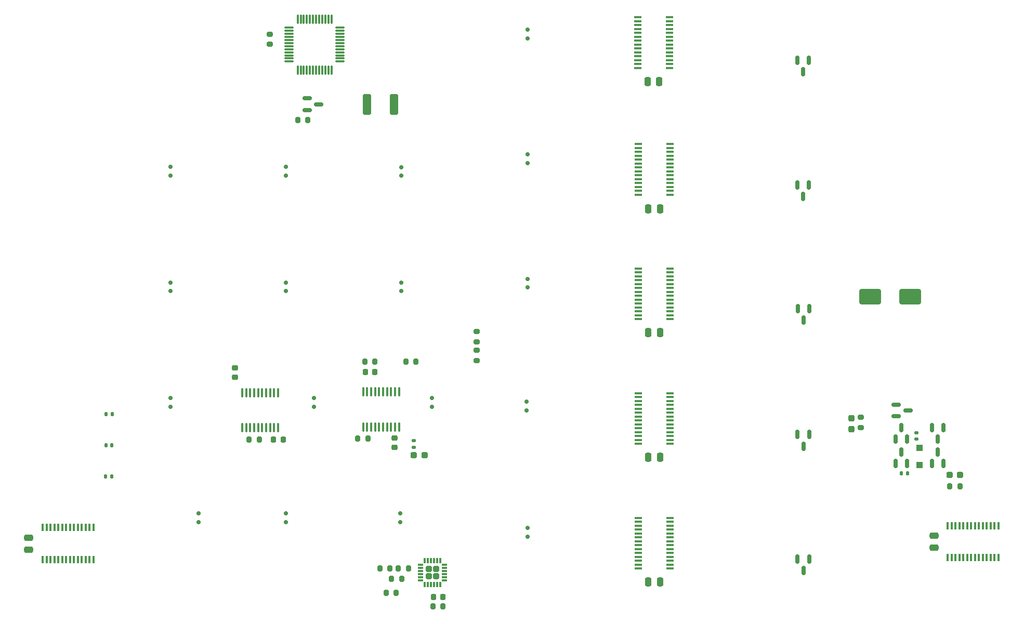
<source format=gbr>
%TF.GenerationSoftware,KiCad,Pcbnew,7.0.1*%
%TF.CreationDate,2023-08-25T12:13:54-06:00*%
%TF.ProjectId,UFC_Main,5546435f-4d61-4696-9e2e-6b696361645f,rev?*%
%TF.SameCoordinates,Original*%
%TF.FileFunction,Paste,Bot*%
%TF.FilePolarity,Positive*%
%FSLAX46Y46*%
G04 Gerber Fmt 4.6, Leading zero omitted, Abs format (unit mm)*
G04 Created by KiCad (PCBNEW 7.0.1) date 2023-08-25 12:13:54*
%MOMM*%
%LPD*%
G01*
G04 APERTURE LIST*
G04 Aperture macros list*
%AMRoundRect*
0 Rectangle with rounded corners*
0 $1 Rounding radius*
0 $2 $3 $4 $5 $6 $7 $8 $9 X,Y pos of 4 corners*
0 Add a 4 corners polygon primitive as box body*
4,1,4,$2,$3,$4,$5,$6,$7,$8,$9,$2,$3,0*
0 Add four circle primitives for the rounded corners*
1,1,$1+$1,$2,$3*
1,1,$1+$1,$4,$5*
1,1,$1+$1,$6,$7*
1,1,$1+$1,$8,$9*
0 Add four rect primitives between the rounded corners*
20,1,$1+$1,$2,$3,$4,$5,0*
20,1,$1+$1,$4,$5,$6,$7,0*
20,1,$1+$1,$6,$7,$8,$9,0*
20,1,$1+$1,$8,$9,$2,$3,0*%
G04 Aperture macros list end*
%ADD10RoundRect,0.250000X0.250000X0.475000X-0.250000X0.475000X-0.250000X-0.475000X0.250000X-0.475000X0*%
%ADD11RoundRect,0.225000X0.225000X0.250000X-0.225000X0.250000X-0.225000X-0.250000X0.225000X-0.250000X0*%
%ADD12RoundRect,0.140000X-0.140000X-0.170000X0.140000X-0.170000X0.140000X0.170000X-0.140000X0.170000X0*%
%ADD13RoundRect,0.225000X0.250000X-0.225000X0.250000X0.225000X-0.250000X0.225000X-0.250000X-0.225000X0*%
%ADD14RoundRect,0.225000X-0.225000X-0.250000X0.225000X-0.250000X0.225000X0.250000X-0.225000X0.250000X0*%
%ADD15RoundRect,0.200000X0.200000X0.275000X-0.200000X0.275000X-0.200000X-0.275000X0.200000X-0.275000X0*%
%ADD16RoundRect,0.200000X-0.200000X-0.275000X0.200000X-0.275000X0.200000X0.275000X-0.200000X0.275000X0*%
%ADD17RoundRect,0.200000X0.275000X-0.200000X0.275000X0.200000X-0.275000X0.200000X-0.275000X-0.200000X0*%
%ADD18RoundRect,0.075000X-0.662500X-0.075000X0.662500X-0.075000X0.662500X0.075000X-0.662500X0.075000X0*%
%ADD19RoundRect,0.075000X-0.075000X-0.662500X0.075000X-0.662500X0.075000X0.662500X-0.075000X0.662500X0*%
%ADD20R,1.200000X0.400000*%
%ADD21R,0.400000X1.200000*%
%ADD22RoundRect,0.100000X0.100000X-0.637500X0.100000X0.637500X-0.100000X0.637500X-0.100000X-0.637500X0*%
%ADD23RoundRect,0.250000X0.475000X-0.250000X0.475000X0.250000X-0.475000X0.250000X-0.475000X-0.250000X0*%
%ADD24RoundRect,0.200000X-0.275000X0.200000X-0.275000X-0.200000X0.275000X-0.200000X0.275000X0.200000X0*%
%ADD25RoundRect,0.150000X0.200000X-0.150000X0.200000X0.150000X-0.200000X0.150000X-0.200000X-0.150000X0*%
%ADD26RoundRect,0.150000X-0.587500X-0.150000X0.587500X-0.150000X0.587500X0.150000X-0.587500X0.150000X0*%
%ADD27RoundRect,0.250000X-1.500000X-1.000000X1.500000X-1.000000X1.500000X1.000000X-1.500000X1.000000X0*%
%ADD28RoundRect,0.150000X0.150000X-0.587500X0.150000X0.587500X-0.150000X0.587500X-0.150000X-0.587500X0*%
%ADD29RoundRect,0.250000X-0.400000X-1.450000X0.400000X-1.450000X0.400000X1.450000X-0.400000X1.450000X0*%
%ADD30RoundRect,0.237500X0.287500X0.237500X-0.287500X0.237500X-0.287500X-0.237500X0.287500X-0.237500X0*%
%ADD31RoundRect,0.135000X-0.135000X-0.185000X0.135000X-0.185000X0.135000X0.185000X-0.135000X0.185000X0*%
%ADD32RoundRect,0.247500X-0.247500X-0.247500X0.247500X-0.247500X0.247500X0.247500X-0.247500X0.247500X0*%
%ADD33RoundRect,0.075000X-0.362500X-0.075000X0.362500X-0.075000X0.362500X0.075000X-0.362500X0.075000X0*%
%ADD34RoundRect,0.075000X-0.075000X-0.362500X0.075000X-0.362500X0.075000X0.362500X-0.075000X0.362500X0*%
%ADD35RoundRect,0.150000X-0.150000X0.587500X-0.150000X-0.587500X0.150000X-0.587500X0.150000X0.587500X0*%
%ADD36RoundRect,0.237500X0.237500X-0.287500X0.237500X0.287500X-0.237500X0.287500X-0.237500X-0.287500X0*%
%ADD37RoundRect,0.237500X-0.287500X-0.237500X0.287500X-0.237500X0.287500X0.237500X-0.287500X0.237500X0*%
%ADD38RoundRect,0.135000X-0.185000X0.135000X-0.185000X-0.135000X0.185000X-0.135000X0.185000X0.135000X0*%
%ADD39RoundRect,0.250000X0.300000X-0.300000X0.300000X0.300000X-0.300000X0.300000X-0.300000X-0.300000X0*%
G04 APERTURE END LIST*
D10*
%TO.C,C1*%
X106817200Y89230200D03*
X104917200Y89230200D03*
%TD*%
%TO.C,C2*%
X106944200Y48336200D03*
X105044200Y48336200D03*
%TD*%
%TO.C,C3*%
X106944200Y68529200D03*
X105044200Y68529200D03*
%TD*%
D11*
%TO.C,C7*%
X71563200Y5305200D03*
X70013200Y5305200D03*
%TD*%
D12*
%TO.C,C8*%
X16650000Y24892000D03*
X17610000Y24892000D03*
%TD*%
D11*
%TO.C,C9*%
X45538200Y30945200D03*
X43988200Y30945200D03*
%TD*%
D13*
%TO.C,C10*%
X37693600Y41060600D03*
X37693600Y42610600D03*
%TD*%
%TO.C,C11*%
X63713200Y29655200D03*
X63713200Y31205200D03*
%TD*%
D14*
%TO.C,C12*%
X58958200Y41945200D03*
X60508200Y41945200D03*
%TD*%
D15*
%TO.C,R3*%
X49576200Y82985200D03*
X47926200Y82985200D03*
%TD*%
D16*
%TO.C,R4*%
X69963200Y3765200D03*
X71613200Y3765200D03*
%TD*%
D15*
%TO.C,R7*%
X64868200Y8254200D03*
X63218200Y8254200D03*
%TD*%
%TO.C,R8*%
X65963200Y9905200D03*
X64313200Y9905200D03*
%TD*%
%TO.C,R9*%
X62938200Y9905200D03*
X61288200Y9905200D03*
%TD*%
D16*
%TO.C,R10*%
X62308200Y5925200D03*
X63958200Y5925200D03*
%TD*%
D15*
%TO.C,R11*%
X67182000Y43588200D03*
X65532000Y43588200D03*
%TD*%
%TO.C,R12*%
X60515000Y43588200D03*
X58865000Y43588200D03*
%TD*%
D16*
%TO.C,R41*%
X39999840Y30947200D03*
X41649840Y30947200D03*
%TD*%
D17*
%TO.C,R43*%
X77038200Y46866200D03*
X77038200Y48516200D03*
%TD*%
%TO.C,R44*%
X77038200Y43818200D03*
X77038200Y45468200D03*
%TD*%
D18*
%TO.C,U1*%
X46510060Y92531200D03*
X46510060Y93031200D03*
X46510060Y93531200D03*
X46510060Y94031200D03*
X46510060Y94531200D03*
X46510060Y95031200D03*
X46510060Y95531200D03*
X46510060Y96031200D03*
X46510060Y96531200D03*
X46510060Y97031200D03*
X46510060Y97531200D03*
X46510060Y98031200D03*
D19*
X47922560Y99443700D03*
X48422560Y99443700D03*
X48922560Y99443700D03*
X49422560Y99443700D03*
X49922560Y99443700D03*
X50422560Y99443700D03*
X50922560Y99443700D03*
X51422560Y99443700D03*
X51922560Y99443700D03*
X52422560Y99443700D03*
X52922560Y99443700D03*
X53422560Y99443700D03*
D18*
X54835060Y98031200D03*
X54835060Y97531200D03*
X54835060Y97031200D03*
X54835060Y96531200D03*
X54835060Y96031200D03*
X54835060Y95531200D03*
X54835060Y95031200D03*
X54835060Y94531200D03*
X54835060Y94031200D03*
X54835060Y93531200D03*
X54835060Y93031200D03*
X54835060Y92531200D03*
D19*
X53422560Y91118700D03*
X52922560Y91118700D03*
X52422560Y91118700D03*
X51922560Y91118700D03*
X51422560Y91118700D03*
X50922560Y91118700D03*
X50422560Y91118700D03*
X49922560Y91118700D03*
X49422560Y91118700D03*
X48922560Y91118700D03*
X48422560Y91118700D03*
X47922560Y91118700D03*
%TD*%
D20*
%TO.C,U2*%
X108525560Y99732700D03*
X108525560Y99097700D03*
X108525560Y98462700D03*
X108525560Y97827700D03*
X108525560Y97192700D03*
X108525560Y96557700D03*
X108525560Y95922700D03*
X108525560Y95287700D03*
X108525560Y94652700D03*
X108525560Y94017700D03*
X108525560Y93382700D03*
X108525560Y92747700D03*
X108525560Y92112700D03*
X108525560Y91477700D03*
X103325560Y91477700D03*
X103325560Y92112700D03*
X103325560Y92747700D03*
X103325560Y93382700D03*
X103325560Y94017700D03*
X103325560Y94652700D03*
X103325560Y95287700D03*
X103325560Y95922700D03*
X103325560Y96557700D03*
X103325560Y97192700D03*
X103325560Y97827700D03*
X103325560Y98462700D03*
X103325560Y99097700D03*
X103325560Y99732700D03*
%TD*%
%TO.C,U3*%
X108594200Y79070200D03*
X108594200Y78435200D03*
X108594200Y77800200D03*
X108594200Y77165200D03*
X108594200Y76530200D03*
X108594200Y75895200D03*
X108594200Y75260200D03*
X108594200Y74625200D03*
X108594200Y73990200D03*
X108594200Y73355200D03*
X108594200Y72720200D03*
X108594200Y72085200D03*
X108594200Y71450200D03*
X108594200Y70815200D03*
X103394200Y70815200D03*
X103394200Y71450200D03*
X103394200Y72085200D03*
X103394200Y72720200D03*
X103394200Y73355200D03*
X103394200Y73990200D03*
X103394200Y74625200D03*
X103394200Y75260200D03*
X103394200Y75895200D03*
X103394200Y76530200D03*
X103394200Y77165200D03*
X103394200Y77800200D03*
X103394200Y78435200D03*
X103394200Y79070200D03*
%TD*%
%TO.C,U4*%
X108594200Y58813700D03*
X108594200Y58178700D03*
X108594200Y57543700D03*
X108594200Y56908700D03*
X108594200Y56273700D03*
X108594200Y55638700D03*
X108594200Y55003700D03*
X108594200Y54368700D03*
X108594200Y53733700D03*
X108594200Y53098700D03*
X108594200Y52463700D03*
X108594200Y51828700D03*
X108594200Y51193700D03*
X108594200Y50558700D03*
X103394200Y50558700D03*
X103394200Y51193700D03*
X103394200Y51828700D03*
X103394200Y52463700D03*
X103394200Y53098700D03*
X103394200Y53733700D03*
X103394200Y54368700D03*
X103394200Y55003700D03*
X103394200Y55638700D03*
X103394200Y56273700D03*
X103394200Y56908700D03*
X103394200Y57543700D03*
X103394200Y58178700D03*
X103394200Y58813700D03*
%TD*%
D21*
%TO.C,U5*%
X162064700Y11700200D03*
X161429700Y11700200D03*
X160794700Y11700200D03*
X160159700Y11700200D03*
X159524700Y11700200D03*
X158889700Y11700200D03*
X158254700Y11700200D03*
X157619700Y11700200D03*
X156984700Y11700200D03*
X156349700Y11700200D03*
X155714700Y11700200D03*
X155079700Y11700200D03*
X154444700Y11700200D03*
X153809700Y11700200D03*
X153809700Y16900200D03*
X154444700Y16900200D03*
X155079700Y16900200D03*
X155714700Y16900200D03*
X156349700Y16900200D03*
X156984700Y16900200D03*
X157619700Y16900200D03*
X158254700Y16900200D03*
X158889700Y16900200D03*
X159524700Y16900200D03*
X160159700Y16900200D03*
X160794700Y16900200D03*
X161429700Y16900200D03*
X162064700Y16900200D03*
%TD*%
D22*
%TO.C,U8*%
X64438200Y32967700D03*
X63788200Y32967700D03*
X63138200Y32967700D03*
X62488200Y32967700D03*
X61838200Y32967700D03*
X61188200Y32967700D03*
X60538200Y32967700D03*
X59888200Y32967700D03*
X59238200Y32967700D03*
X58588200Y32967700D03*
X58588200Y38692700D03*
X59238200Y38692700D03*
X59888200Y38692700D03*
X60538200Y38692700D03*
X61188200Y38692700D03*
X61838200Y38692700D03*
X62488200Y38692700D03*
X63138200Y38692700D03*
X63788200Y38692700D03*
X64438200Y38692700D03*
%TD*%
%TO.C,U9*%
X44738200Y32842700D03*
X44088200Y32842700D03*
X43438200Y32842700D03*
X42788200Y32842700D03*
X42138200Y32842700D03*
X41488200Y32842700D03*
X40838200Y32842700D03*
X40188200Y32842700D03*
X39538200Y32842700D03*
X38888200Y32842700D03*
X38888200Y38567700D03*
X39538200Y38567700D03*
X40188200Y38567700D03*
X40838200Y38567700D03*
X41488200Y38567700D03*
X42138200Y38567700D03*
X42788200Y38567700D03*
X43438200Y38567700D03*
X44088200Y38567700D03*
X44738200Y38567700D03*
%TD*%
D23*
%TO.C,C4*%
X151587200Y13350200D03*
X151587200Y15250200D03*
%TD*%
D15*
%TO.C,R40*%
X59338200Y31105200D03*
X57688200Y31105200D03*
%TD*%
D24*
%TO.C,R2*%
X43406560Y96977200D03*
X43406560Y95327200D03*
%TD*%
D25*
%TO.C,D75*%
X46000000Y56500000D03*
X46000000Y55100000D03*
%TD*%
D26*
%TO.C,Q5*%
X145443264Y34712500D03*
X145443264Y36612500D03*
X147318264Y35662500D03*
%TD*%
D27*
%TO.C,C14*%
X141150000Y54200000D03*
X147650000Y54200000D03*
%TD*%
D28*
%TO.C,Q6*%
X147180764Y31000000D03*
X145280764Y31000000D03*
X146230764Y32875000D03*
%TD*%
D29*
%TO.C,R1*%
X59192200Y85547200D03*
X63642200Y85547200D03*
%TD*%
D26*
%TO.C,Q2*%
X49479200Y84609200D03*
X49479200Y86509200D03*
X51354200Y85559200D03*
%TD*%
D25*
%TO.C,D70*%
X27178000Y75376000D03*
X27178000Y73976000D03*
%TD*%
D12*
%TO.C,C6*%
X16720000Y30002000D03*
X17680000Y30002000D03*
%TD*%
D10*
%TO.C,C16*%
X106944200Y28016200D03*
X105044200Y28016200D03*
%TD*%
D30*
%TO.C,D38*%
X68588200Y28405200D03*
X66838200Y28405200D03*
%TD*%
D25*
%TO.C,D76*%
X64800000Y56500000D03*
X64800000Y55100000D03*
%TD*%
D31*
%TO.C,R14*%
X146220764Y25437500D03*
X147240764Y25437500D03*
%TD*%
D32*
%TO.C,U10*%
X69253200Y9852700D03*
X69253200Y8632700D03*
X70473200Y9852700D03*
X70473200Y8632700D03*
D33*
X67925700Y7992700D03*
X67925700Y8492700D03*
X67925700Y8992700D03*
X67925700Y9492700D03*
X67925700Y9992700D03*
X67925700Y10492700D03*
D34*
X68613200Y11180200D03*
X69113200Y11180200D03*
X69613200Y11180200D03*
X70113200Y11180200D03*
X70613200Y11180200D03*
X71113200Y11180200D03*
D33*
X71800700Y10492700D03*
X71800700Y9992700D03*
X71800700Y9492700D03*
X71800700Y8992700D03*
X71800700Y8492700D03*
X71800700Y7992700D03*
D34*
X71113200Y7305200D03*
X70613200Y7305200D03*
X70113200Y7305200D03*
X69613200Y7305200D03*
X69113200Y7305200D03*
X68613200Y7305200D03*
%TD*%
D25*
%TO.C,D74*%
X27200000Y56500000D03*
X27200000Y55100000D03*
%TD*%
%TO.C,D78*%
X27200000Y37700000D03*
X27200000Y36300000D03*
%TD*%
%TO.C,D80*%
X69800000Y37700000D03*
X69800000Y36300000D03*
%TD*%
%TO.C,D82*%
X31800000Y18900000D03*
X31800000Y17500000D03*
%TD*%
D35*
%TO.C,Q3*%
X129301200Y72436200D03*
X131201200Y72436200D03*
X130251200Y70561200D03*
%TD*%
D25*
%TO.C,D73*%
X85400000Y77400000D03*
X85400000Y76000000D03*
%TD*%
D20*
%TO.C,U7*%
X108594200Y38493700D03*
X108594200Y37858700D03*
X108594200Y37223700D03*
X108594200Y36588700D03*
X108594200Y35953700D03*
X108594200Y35318700D03*
X108594200Y34683700D03*
X108594200Y34048700D03*
X108594200Y33413700D03*
X108594200Y32778700D03*
X108594200Y32143700D03*
X108594200Y31508700D03*
X108594200Y30873700D03*
X108594200Y30238700D03*
X103394200Y30238700D03*
X103394200Y30873700D03*
X103394200Y31508700D03*
X103394200Y32143700D03*
X103394200Y32778700D03*
X103394200Y33413700D03*
X103394200Y34048700D03*
X103394200Y34683700D03*
X103394200Y35318700D03*
X103394200Y35953700D03*
X103394200Y36588700D03*
X103394200Y37223700D03*
X103394200Y37858700D03*
X103394200Y38493700D03*
%TD*%
D25*
%TO.C,D71*%
X45974000Y75376000D03*
X45974000Y73976000D03*
%TD*%
D35*
%TO.C,Q4*%
X151230764Y32875000D03*
X153130764Y32875000D03*
X152180764Y31000000D03*
%TD*%
%TO.C,Q11*%
X129350000Y11437500D03*
X131250000Y11437500D03*
X130300000Y9562500D03*
%TD*%
D25*
%TO.C,D81*%
X85200000Y37100000D03*
X85200000Y35700000D03*
%TD*%
D36*
%TO.C,D40*%
X138080764Y32650000D03*
X138080764Y34400000D03*
%TD*%
D28*
%TO.C,Q7*%
X147180764Y27000000D03*
X145280764Y27000000D03*
X146230764Y28875000D03*
%TD*%
D37*
%TO.C,D37*%
X154105764Y25200000D03*
X155855764Y25200000D03*
%TD*%
D38*
%TO.C,R46*%
X66813200Y30715200D03*
X66813200Y29695200D03*
%TD*%
D25*
%TO.C,D84*%
X64600000Y18900000D03*
X64600000Y17500000D03*
%TD*%
D21*
%TO.C,U6*%
X14663060Y11401200D03*
X14028060Y11401200D03*
X13393060Y11401200D03*
X12758060Y11401200D03*
X12123060Y11401200D03*
X11488060Y11401200D03*
X10853060Y11401200D03*
X10218060Y11401200D03*
X9583060Y11401200D03*
X8948060Y11401200D03*
X8313060Y11401200D03*
X7678060Y11401200D03*
X7043060Y11401200D03*
X6408060Y11401200D03*
X6408060Y16601200D03*
X7043060Y16601200D03*
X7678060Y16601200D03*
X8313060Y16601200D03*
X8948060Y16601200D03*
X9583060Y16601200D03*
X10218060Y16601200D03*
X10853060Y16601200D03*
X11488060Y16601200D03*
X12123060Y16601200D03*
X12758060Y16601200D03*
X13393060Y16601200D03*
X14028060Y16601200D03*
X14663060Y16601200D03*
%TD*%
D25*
%TO.C,D85*%
X85400000Y16500000D03*
X85400000Y15100000D03*
%TD*%
D10*
%TO.C,C15*%
X106944200Y7696200D03*
X105044200Y7696200D03*
%TD*%
D39*
%TO.C,D39*%
X149180764Y26800000D03*
X149180764Y29600000D03*
%TD*%
D35*
%TO.C,Q9*%
X129367200Y52273200D03*
X131267200Y52273200D03*
X130317200Y50398200D03*
%TD*%
D25*
%TO.C,D83*%
X46000000Y18900000D03*
X46000000Y17500000D03*
%TD*%
%TO.C,D79*%
X50600000Y37700000D03*
X50600000Y36300000D03*
%TD*%
%TO.C,D77*%
X85400000Y57100000D03*
X85400000Y55700000D03*
%TD*%
%TO.C,D69*%
X85344000Y97728000D03*
X85344000Y96328000D03*
%TD*%
D35*
%TO.C,Q10*%
X129350000Y31737500D03*
X131250000Y31737500D03*
X130300000Y29862500D03*
%TD*%
D20*
%TO.C,U11*%
X108594200Y18173700D03*
X108594200Y17538700D03*
X108594200Y16903700D03*
X108594200Y16268700D03*
X108594200Y15633700D03*
X108594200Y14998700D03*
X108594200Y14363700D03*
X108594200Y13728700D03*
X108594200Y13093700D03*
X108594200Y12458700D03*
X108594200Y11823700D03*
X108594200Y11188700D03*
X108594200Y10553700D03*
X108594200Y9918700D03*
X103394200Y9918700D03*
X103394200Y10553700D03*
X103394200Y11188700D03*
X103394200Y11823700D03*
X103394200Y12458700D03*
X103394200Y13093700D03*
X103394200Y13728700D03*
X103394200Y14363700D03*
X103394200Y14998700D03*
X103394200Y15633700D03*
X103394200Y16268700D03*
X103394200Y16903700D03*
X103394200Y17538700D03*
X103394200Y18173700D03*
%TD*%
D12*
%TO.C,C5*%
X16740000Y35032000D03*
X17700000Y35032000D03*
%TD*%
D17*
%TO.C,R13*%
X139680764Y32875000D03*
X139680764Y34525000D03*
%TD*%
D35*
%TO.C,Q1*%
X129301200Y92707700D03*
X131201200Y92707700D03*
X130251200Y90832700D03*
%TD*%
D16*
%TO.C,R45*%
X154155764Y23295000D03*
X155805764Y23295000D03*
%TD*%
D25*
%TO.C,D72*%
X64800000Y75300000D03*
X64800000Y73900000D03*
%TD*%
D23*
%TO.C,C13*%
X4133200Y13005200D03*
X4133200Y14905200D03*
%TD*%
D38*
%TO.C,R6*%
X148680764Y32031200D03*
X148680764Y31011200D03*
%TD*%
D28*
%TO.C,Q8*%
X153130764Y27025000D03*
X151230764Y27025000D03*
X152180764Y28900000D03*
%TD*%
M02*

</source>
